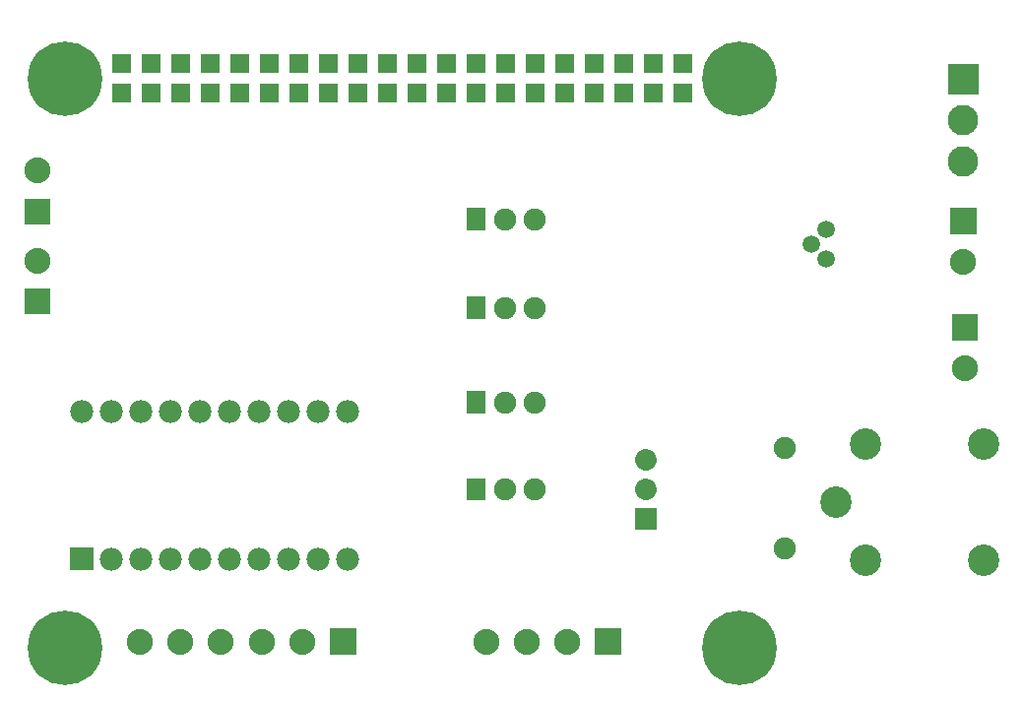
<source format=gbs>
G04 Layer: BottomSolderMaskLayer*
G04 EasyEDA v6.4.25, 2021-11-05T10:47:30--3:00*
G04 159a448e8e33406d94cad16c6973356b,c2117e28123c44379a42240d4d7dbbcc,10*
G04 Gerber Generator version 0.2*
G04 Scale: 100 percent, Rotated: No, Reflected: No *
G04 Dimensions in millimeters *
G04 leading zeros omitted , absolute positions ,4 integer and 5 decimal *
%FSLAX45Y45*%
%MOMM*%

%ADD33C,1.9016*%
%ADD35R,2.2352X2.2352*%
%ADD36C,2.2352*%
%ADD38C,2.6162*%
%ADD39C,2.7032*%
%ADD41C,1.9812*%
%ADD43C,6.4033*%
%ADD46C,1.5113*%

%LPD*%
D33*
X7188200Y1308100D02*
G01*
X7188200Y1308100D01*
X7188200Y1054100D02*
G01*
X7188200Y1054100D01*
G01*
X8382000Y1412900D03*
G01*
X8382000Y542899D03*
G01*
X6235700Y1803400D03*
G01*
X5981700Y1803400D03*
G36*
X5643879Y1708404D02*
G01*
X5643879Y1898395D01*
X5811520Y1898395D01*
X5811520Y1708404D01*
G37*
G01*
X6235700Y2616200D03*
G01*
X5981700Y2616200D03*
G36*
X5643879Y2521204D02*
G01*
X5643879Y2711195D01*
X5811520Y2711195D01*
X5811520Y2521204D01*
G37*
G01*
X6235700Y1054100D03*
G01*
X5981700Y1054100D03*
G36*
X5643879Y959104D02*
G01*
X5643879Y1149095D01*
X5811520Y1149095D01*
X5811520Y959104D01*
G37*
G01*
X6235700Y3378200D03*
G01*
X5981700Y3378200D03*
G36*
X5643879Y3283204D02*
G01*
X5643879Y3473195D01*
X5811520Y3473195D01*
X5811520Y3283204D01*
G37*
G36*
X6750050Y-365760D02*
G01*
X6750050Y-142239D01*
X6973570Y-142239D01*
X6973570Y-365760D01*
G37*
D36*
G01*
X6511290Y-254000D03*
G01*
X6160770Y-254000D03*
G01*
X5812790Y-254000D03*
G36*
X9787890Y4448810D02*
G01*
X9787890Y4710429D01*
X10049509Y4710429D01*
X10049509Y4448810D01*
G37*
D38*
G01*
X9918700Y4229100D03*
G01*
X9918700Y3878579D03*
G36*
X9806940Y3251200D02*
G01*
X9806940Y3474720D01*
X10030459Y3474720D01*
X10030459Y3251200D01*
G37*
D36*
G01*
X9918700Y3012439D03*
G36*
X9819640Y2336800D02*
G01*
X9819640Y2560320D01*
X10043159Y2560320D01*
X10043159Y2336800D01*
G37*
G01*
X9931400Y2098039D03*
D35*
G01*
X1955800Y3444239D03*
D36*
G01*
X1955800Y3794760D03*
D35*
G01*
X1955800Y2669539D03*
D36*
G01*
X1955800Y3020060D03*
G36*
X4471670Y-365760D02*
G01*
X4471670Y-142239D01*
X4695190Y-142239D01*
X4695190Y-365760D01*
G37*
G01*
X4232909Y-254000D03*
G01*
X3882390Y-254000D03*
G01*
X3534409Y-254000D03*
G01*
X3183890Y-254000D03*
G01*
X2833370Y-254000D03*
D39*
G01*
X10096500Y444500D03*
G01*
X10096500Y1444497D03*
G01*
X9076436Y1444497D03*
G01*
X9076436Y444500D03*
G01*
X8826500Y944371D03*
D41*
G01*
X3860800Y457200D03*
G01*
X4114800Y457200D03*
G01*
X4368800Y457200D03*
G01*
X4622800Y457200D03*
G01*
X3606800Y457200D03*
G01*
X2844800Y457200D03*
G01*
X2590800Y457200D03*
G36*
X2237740Y358139D02*
G01*
X2237740Y556260D01*
X2435859Y556260D01*
X2435859Y358139D01*
G37*
G01*
X4622800Y1727200D03*
G01*
X4368800Y1727200D03*
G01*
X4114800Y1727200D03*
G01*
X3860800Y1727200D03*
G01*
X3606800Y1727200D03*
G01*
X3352800Y1727200D03*
G01*
X3098800Y1727200D03*
G01*
X2844800Y1727200D03*
G01*
X2590800Y1727200D03*
G01*
X2336800Y1727200D03*
G01*
X3352800Y457200D03*
G01*
X3098800Y457200D03*
D43*
G01*
X2192020Y-309879D03*
G01*
X7990840Y-309879D03*
G01*
X7990840Y4589779D03*
G01*
X2192020Y4589779D03*
G36*
X2598927Y4381754D02*
G01*
X2598927Y4543552D01*
X2760725Y4543552D01*
X2760725Y4381754D01*
G37*
G36*
X2852927Y4381754D02*
G01*
X2852927Y4543552D01*
X3014725Y4543552D01*
X3014725Y4381754D01*
G37*
G36*
X3106927Y4381754D02*
G01*
X3106927Y4543552D01*
X3268725Y4543552D01*
X3268725Y4381754D01*
G37*
G36*
X3360927Y4381754D02*
G01*
X3360927Y4543552D01*
X3522725Y4543552D01*
X3522725Y4381754D01*
G37*
G36*
X3614927Y4381754D02*
G01*
X3614927Y4543552D01*
X3776725Y4543552D01*
X3776725Y4381754D01*
G37*
G36*
X3868927Y4381754D02*
G01*
X3868927Y4543552D01*
X4030725Y4543552D01*
X4030725Y4381754D01*
G37*
G36*
X2598927Y4635754D02*
G01*
X2598927Y4797552D01*
X2760725Y4797552D01*
X2760725Y4635754D01*
G37*
G36*
X2852927Y4635754D02*
G01*
X2852927Y4797552D01*
X3014725Y4797552D01*
X3014725Y4635754D01*
G37*
G36*
X3106927Y4635754D02*
G01*
X3106927Y4797552D01*
X3268725Y4797552D01*
X3268725Y4635754D01*
G37*
G36*
X3360927Y4635754D02*
G01*
X3360927Y4797552D01*
X3522725Y4797552D01*
X3522725Y4635754D01*
G37*
G36*
X3614927Y4635754D02*
G01*
X3614927Y4797552D01*
X3776725Y4797552D01*
X3776725Y4635754D01*
G37*
G36*
X3868927Y4635754D02*
G01*
X3868927Y4797552D01*
X4030725Y4797552D01*
X4030725Y4635754D01*
G37*
G36*
X4122927Y4381754D02*
G01*
X4122927Y4543552D01*
X4284725Y4543552D01*
X4284725Y4381754D01*
G37*
G36*
X4122927Y4635754D02*
G01*
X4122927Y4797552D01*
X4284725Y4797552D01*
X4284725Y4635754D01*
G37*
G36*
X4376927Y4381754D02*
G01*
X4376927Y4543552D01*
X4538725Y4543552D01*
X4538725Y4381754D01*
G37*
G36*
X4630927Y4381754D02*
G01*
X4630927Y4543552D01*
X4792725Y4543552D01*
X4792725Y4381754D01*
G37*
G36*
X4884927Y4381754D02*
G01*
X4884927Y4543552D01*
X5046725Y4543552D01*
X5046725Y4381754D01*
G37*
G36*
X5138927Y4381754D02*
G01*
X5138927Y4543552D01*
X5300725Y4543552D01*
X5300725Y4381754D01*
G37*
G36*
X5392927Y4381754D02*
G01*
X5392927Y4543552D01*
X5554725Y4543552D01*
X5554725Y4381754D01*
G37*
G36*
X5646927Y4381754D02*
G01*
X5646927Y4543552D01*
X5808725Y4543552D01*
X5808725Y4381754D01*
G37*
G36*
X4376927Y4635754D02*
G01*
X4376927Y4797552D01*
X4538725Y4797552D01*
X4538725Y4635754D01*
G37*
G36*
X4630927Y4635754D02*
G01*
X4630927Y4797552D01*
X4792725Y4797552D01*
X4792725Y4635754D01*
G37*
G36*
X4884927Y4635754D02*
G01*
X4884927Y4797552D01*
X5046725Y4797552D01*
X5046725Y4635754D01*
G37*
G36*
X5138927Y4635754D02*
G01*
X5138927Y4797552D01*
X5300725Y4797552D01*
X5300725Y4635754D01*
G37*
G36*
X5392927Y4635754D02*
G01*
X5392927Y4797552D01*
X5554725Y4797552D01*
X5554725Y4635754D01*
G37*
G36*
X5646927Y4635754D02*
G01*
X5646927Y4797552D01*
X5808725Y4797552D01*
X5808725Y4635754D01*
G37*
G36*
X5900927Y4381754D02*
G01*
X5900927Y4543552D01*
X6062725Y4543552D01*
X6062725Y4381754D01*
G37*
G36*
X5900927Y4635754D02*
G01*
X5900927Y4797552D01*
X6062725Y4797552D01*
X6062725Y4635754D01*
G37*
G36*
X6154927Y4381754D02*
G01*
X6154927Y4543552D01*
X6316725Y4543552D01*
X6316725Y4381754D01*
G37*
G36*
X6408927Y4381754D02*
G01*
X6408927Y4543552D01*
X6570725Y4543552D01*
X6570725Y4381754D01*
G37*
G36*
X6662927Y4381754D02*
G01*
X6662927Y4543552D01*
X6824725Y4543552D01*
X6824725Y4381754D01*
G37*
G36*
X6916927Y4381754D02*
G01*
X6916927Y4543552D01*
X7078725Y4543552D01*
X7078725Y4381754D01*
G37*
G36*
X7170927Y4381754D02*
G01*
X7170927Y4543552D01*
X7332725Y4543552D01*
X7332725Y4381754D01*
G37*
G36*
X7424927Y4381754D02*
G01*
X7424927Y4543552D01*
X7586725Y4543552D01*
X7586725Y4381754D01*
G37*
G36*
X6154927Y4635754D02*
G01*
X6154927Y4797552D01*
X6316725Y4797552D01*
X6316725Y4635754D01*
G37*
G36*
X6408927Y4635754D02*
G01*
X6408927Y4797552D01*
X6570725Y4797552D01*
X6570725Y4635754D01*
G37*
G36*
X6662927Y4635754D02*
G01*
X6662927Y4797552D01*
X6824725Y4797552D01*
X6824725Y4635754D01*
G37*
G36*
X6916927Y4635754D02*
G01*
X6916927Y4797552D01*
X7078725Y4797552D01*
X7078725Y4635754D01*
G37*
G36*
X7170927Y4635754D02*
G01*
X7170927Y4797552D01*
X7332725Y4797552D01*
X7332725Y4635754D01*
G37*
G36*
X7424927Y4635754D02*
G01*
X7424927Y4797552D01*
X7586725Y4797552D01*
X7586725Y4635754D01*
G37*
G36*
X7093204Y705104D02*
G01*
X7093204Y895095D01*
X7283195Y895095D01*
X7283195Y705104D01*
G37*
D46*
G01*
X8737600Y3035300D03*
G01*
X8610600Y3162300D03*
G01*
X8737600Y3289300D03*
M02*

</source>
